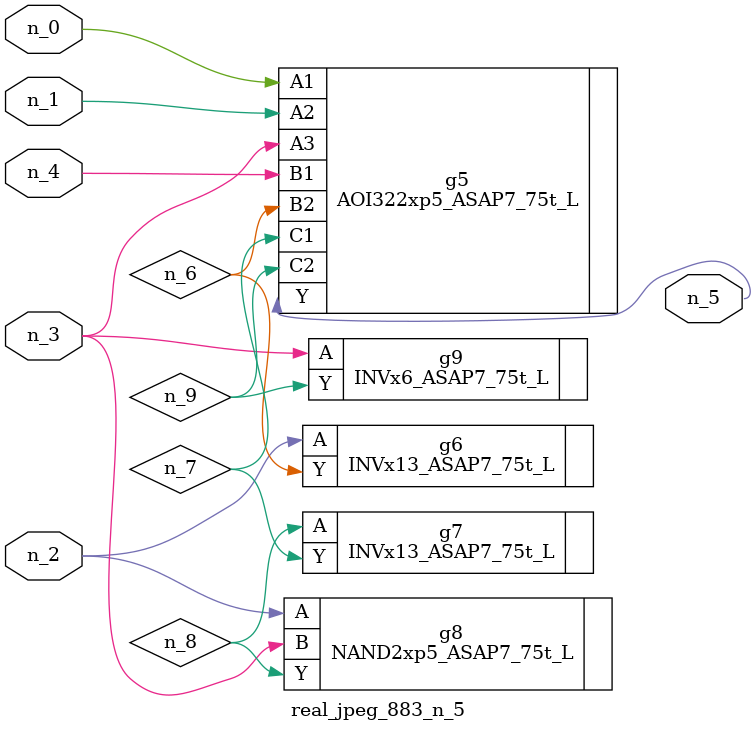
<source format=v>
module real_jpeg_883_n_5 (n_4, n_0, n_1, n_2, n_3, n_5);

input n_4;
input n_0;
input n_1;
input n_2;
input n_3;

output n_5;

wire n_8;
wire n_6;
wire n_7;
wire n_9;

AOI322xp5_ASAP7_75t_L g5 ( 
.A1(n_0),
.A2(n_1),
.A3(n_3),
.B1(n_4),
.B2(n_6),
.C1(n_7),
.C2(n_9),
.Y(n_5)
);

INVx13_ASAP7_75t_L g6 ( 
.A(n_2),
.Y(n_6)
);

NAND2xp5_ASAP7_75t_L g8 ( 
.A(n_2),
.B(n_3),
.Y(n_8)
);

INVx6_ASAP7_75t_L g9 ( 
.A(n_3),
.Y(n_9)
);

INVx13_ASAP7_75t_L g7 ( 
.A(n_8),
.Y(n_7)
);


endmodule
</source>
